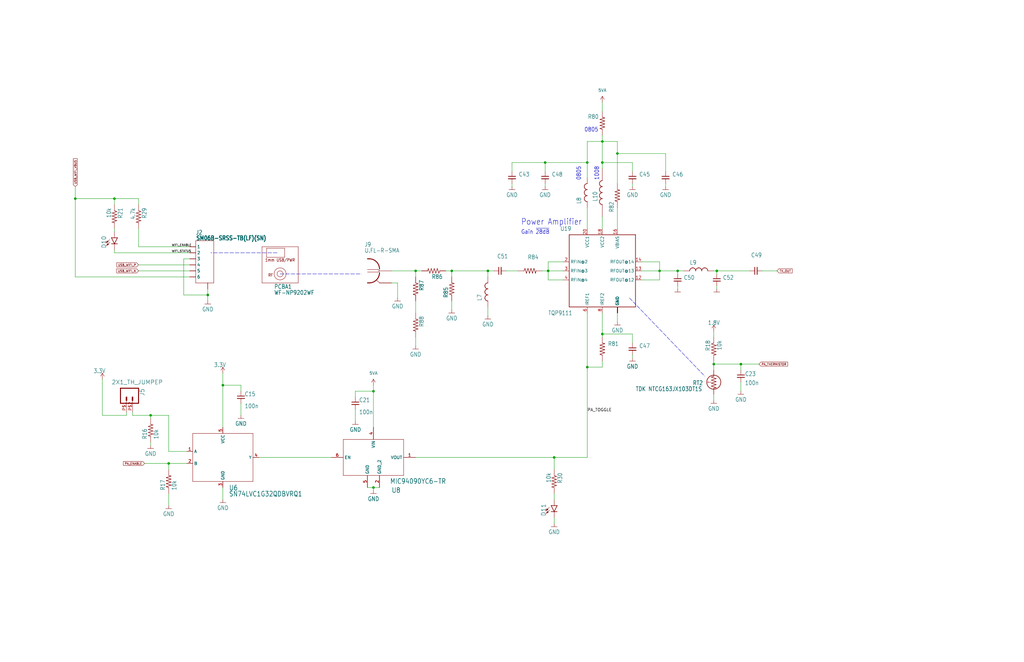
<source format=kicad_sch>
(kicad_sch (version 20211123) (generator eeschema)
  (paper "B")
  (title_block (title "Oresat DxWifi Card") (date "2022-01-30") (rev "1.1"))
  (lib_symbols
    (symbol "3.3V_1" (power) (pin_names (offset 0))
      (property "Value" "3.3V_1" (at 0 3.556 0))
      (symbol "3.3V_1_1_1"
        (pin power_in line (at 0 0 90) (length 0) hide (name "3.3V") (number "1"))
      )
    )
    (symbol "5VA_1" (power) (pin_names (offset 0))
      (property "Value" "5VA_1" (at 0 3.556 0))
      (symbol "5VA_1_1_1"
        (pin power_in line (at 0 0 90) (length 0) hide (name "5VA") (number "1"))
      )
    )
    (symbol "Device:C_Small" (pin_numbers hide) (pin_names (offset 0.254) hide)
      (property "Reference" "C" (at 0.254 1.778 0))
      (property "Value" "C_Small" (at 0.254 -2.032 0))
      (symbol "C_Small_1_1"
        (pin passive line (at 0 2.54 270) (length 2.032) (name "~") (number "1"))
        (pin passive line (at 0 -2.54 90) (length 2.032) (name "~") (number "2"))
      )
    )
    (symbol "OreSat-Power:1.8V" (power) (pin_names (offset 0))
      (property "Value" "1.8V" (at 0 3.556 0))
      (symbol "1.8V_1_1"
        (pin power_in line (at 0 0 90) (length 0) hide (name "1.8V") (number "1"))
      )
    )
    (symbol "OreSat-Power:3.3V" (power) (pin_names (offset 0))
      (property "Value" "3.3V" (at 0 3.556 0))
      (symbol "3.3V_1_1"
        (pin power_in line (at 0 0 90) (length 0) hide (name "3.3V") (number "1"))
      )
    )
    (symbol "OreSat-Power:5VA" (power) (pin_names (offset 0))
      (property "Value" "5VA" (at 0 3.556 0))
      (symbol "5VA_1_1"
        (pin power_in line (at 0 0 90) (length 0) hide (name "5VA") (number "1"))
      )
    )
    (symbol "OreSat-Power:GND" (power) (pin_names (offset 0))
      (property "Value" "GND" (at 0 -2.54 0))
      (symbol "GND_1_1"
        (pin power_in line (at 0 0 270) (length 0) hide (name "GND") (number "1"))
      )
    )
    (symbol "oresat-live-card-eagle-import:1008HQ-10NXJLB"
      (property "Reference" "L" (at 16.51 6.35 0))
      (property "Value" "1008HQ-10NXJLB" (at 16.51 3.81 0))
      (symbol "1008HQ-10NXJLB_1_0"
        (pin bidirectional line (at 0 0 0) (length 5.08) (name "1") (number "1"))
        (pin bidirectional line (at 20.32 0 180) (length 5.08) (name "2") (number "2"))
      )
    )
    (symbol "oresat-live-card-eagle-import:2X1_TH_JUMPEP"
      (property "Value" "2X1_TH_JUMPEP" (at -2.54 -4.826 0))
      (symbol "2X1_TH_JUMPEP_1_0"
        (pin passive line (at 7.62 0 180) (length 5.08) (name "1") (number "P$1"))
        (pin passive line (at 7.62 2.54 180) (length 5.08) (name "2") (number "P$2"))
      )
    )
    (symbol "oresat-live-card-eagle-import:L-US0402-C-NOSILK"
      (property "Reference" "L" (at -5.08 2.54 0))
      (property "Value" "L-US0402-C-NOSILK" (at -5.08 -1.27 0))
      (symbol "L-US0402-C-NOSILK_1_0"
        (pin passive line (at -7.62 0 0) (length 2.54) (name "1") (number "1"))
        (pin passive line (at 5.08 0 180) (length 2.54) (name "2") (number "2"))
      )
    )
    (symbol "oresat-live-card-eagle-import:L-US0805-C-NOSILK"
      (property "Reference" "L" (at -5.08 2.54 0))
      (property "Value" "L-US0805-C-NOSILK" (at -5.08 -1.27 0))
      (symbol "L-US0805-C-NOSILK_1_0"
        (pin passive line (at -7.62 0 0) (length 2.54) (name "1") (number "1"))
        (pin passive line (at 5.08 0 180) (length 2.54) (name "2") (number "2"))
      )
    )
    (symbol "oresat-live-card-eagle-import:LED0603"
      (property "Reference" "D" (at -3.429 -4.572 90))
      (property "Value" "LED0603" (at 1.905 -4.572 90))
      (symbol "LED0603_1_0"
        (pin passive line (at 0 2.54 270) (length 2.54) (name "A") (number "A"))
        (pin passive line (at 0 -5.08 90) (length 2.54) (name "C") (number "C"))
      )
    )
    (symbol "oresat-live-card-eagle-import:MIC94090YC6-TR"
      (property "Reference" "U" (at -26.67 11.43 0))
      (property "Value" "MIC94090YC6-TR" (at -26.67 7.62 0))
      (symbol "MIC94090YC6-TR_1_0"
        (pin output line (at -17.78 0 0) (length 5.08) (name "VOUT") (number "1"))
        (pin passive line (at -2.54 -12.7 90) (length 5.08) (name "GND_2") (number "2"))
        (pin input line (at 0 12.7 270) (length 5.08) (name "VIN") (number "4"))
        (pin passive line (at 2.54 -12.7 90) (length 5.08) (name "GND") (number "5"))
        (pin input line (at 17.78 0 180) (length 5.08) (name "EN") (number "6"))
      )
    )
    (symbol "oresat-live-card-eagle-import:R-US_0402-B-NOSILK"
      (property "Reference" "R" (at -3.81 1.4986 0))
      (property "Value" "R-US_0402-B-NOSILK" (at -3.81 -3.302 0))
      (symbol "R-US_0402-B-NOSILK_1_0"
        (pin passive line (at -5.08 0 0) (length 2.54) (name "1") (number "1"))
        (pin passive line (at 5.08 0 180) (length 2.54) (name "2") (number "2"))
      )
    )
    (symbol "oresat-live-card-eagle-import:R-US_0402-C-NOSILK"
      (property "Reference" "R" (at -3.81 1.4986 0))
      (property "Value" "R-US_0402-C-NOSILK" (at -3.81 -3.302 0))
      (symbol "R-US_0402-C-NOSILK_1_0"
        (pin passive line (at -5.08 0 0) (length 2.54) (name "1") (number "1"))
        (pin passive line (at 5.08 0 180) (length 2.54) (name "2") (number "2"))
      )
    )
    (symbol "oresat-live-card-eagle-import:R-US_0603-A"
      (property "Reference" "R" (at -3.81 1.4986 0))
      (property "Value" "R-US_0603-A" (at -3.81 -3.302 0))
      (symbol "R-US_0603-A_1_0"
        (pin passive line (at -5.08 0 0) (length 2.54) (name "1") (number "1"))
        (pin passive line (at 5.08 0 180) (length 2.54) (name "2") (number "2"))
      )
    )
    (symbol "oresat-live-card-eagle-import:R-US_0603-C-NOSILK"
      (property "Reference" "R" (at -3.81 1.4986 0))
      (property "Value" "R-US_0603-C-NOSILK" (at -3.81 -3.302 0))
      (symbol "R-US_0603-C-NOSILK_1_0"
        (pin passive line (at -5.08 0 0) (length 2.54) (name "1") (number "1"))
        (pin passive line (at 5.08 0 180) (length 2.54) (name "2") (number "2"))
      )
    )
    (symbol "oresat-live-card-eagle-import:R-US_R0805"
      (property "Reference" "R" (at -3.81 1.4986 0))
      (property "Value" "R-US_R0805" (at -3.81 -3.302 0))
      (symbol "R-US_R0805_1_0"
        (pin passive line (at -5.08 0 0) (length 2.54) (name "1") (number "1"))
        (pin passive line (at 5.08 0 180) (length 2.54) (name "2") (number "2"))
      )
    )
    (symbol "oresat-live-card-eagle-import:SM06B-SRSS-TB(LF)(SN)"
      (property "Reference" "J" (at -5.08 10.16 0))
      (property "Value" "SM06B-SRSS-TB(LF)(SN)" (at -5.08 7.62 0))
      (symbol "SM06B-SRSS-TB(LF)(SN)_1_0"
        (pin passive line (at -7.62 5.08 0) (length 2.54) (name "1") (number "1"))
        (pin passive line (at -7.62 2.54 0) (length 2.54) (name "2") (number "2"))
        (pin passive line (at -7.62 0 0) (length 2.54) (name "3") (number "3"))
        (pin passive line (at -7.62 -2.54 0) (length 2.54) (name "4") (number "4"))
        (pin passive line (at -7.62 -5.08 0) (length 2.54) (name "5") (number "5"))
        (pin passive line (at -7.62 -7.62 0) (length 2.54) (name "6") (number "6"))
        (pin passive line (at 0 -12.7 90) (length 2.54) (name "7") (number "7"))
        (pin passive line (at 0 -12.7 90) (length 2.54) (name "7") (number "8"))
      )
    )
    (symbol "oresat-live-card-eagle-import:SN74LVC1G32QDBVRQ1"
      (property "Reference" "U" (at 7.62 -12.7 0))
      (property "Value" "SN74LVC1G32QDBVRQ1" (at 7.62 -15.24 0))
      (symbol "SN74LVC1G32QDBVRQ1_1_0"
        (pin input line (at -15.24 2.54 0) (length 2.54) (name "A") (number "1"))
        (pin input line (at -15.24 -2.54 0) (length 2.54) (name "B") (number "2"))
        (pin power_in line (at 0 -12.7 90) (length 2.54) (name "GND") (number "3"))
        (pin output line (at 15.24 0 180) (length 2.54) (name "Y") (number "4"))
        (pin power_in line (at 0 12.7 270) (length 2.54) (name "VCC") (number "5"))
      )
    )
    (symbol "oresat-live-card-eagle-import:THERMISTOR--0603-THERMISTOR-B"
      (property "Reference" "RT" (at -5.08 3.81 0))
      (property "Value" "THERMISTOR--0603-THERMISTOR-B" (at -5.08 -5.08 0))
      (symbol "THERMISTOR--0603-THERMISTOR-B_1_0"
        (text "T" (at -0.508 1.016 0) (effects (font (size 1.27 1.0795)) (justify left bottom)))
        (pin passive line (at -5.08 0 0) (length 2.54) (name "1") (number "1"))
        (pin passive line (at 5.08 0 180) (length 2.54) (name "2") (number "2"))
      )
    )
    (symbol "oresat-live-card-eagle-import:TQP9111"
      (property "Reference" "U" (at -17.78 17.78 0))
      (property "Value" "TQP9111" (at -22.86 -17.78 0))
      (symbol "TQP9111_1_0"
        (pin power_in line (at 6.35 -17.78 90) (length 2.54) (name "GND") (number "1"))
        (pin power_in line (at 6.35 -17.78 90) (length 2.54) (name "GND") (number "10"))
        (pin power_in line (at 6.35 -17.78 90) (length 2.54) (name "GND") (number "11"))
        (pin output line (at 16.51 -3.81 180) (length 2.54) (name "RFOUT@12") (number "12"))
        (pin output line (at 16.51 0 180) (length 2.54) (name "RFOUT@13") (number "13"))
        (pin output line (at 16.51 3.81 180) (length 2.54) (name "RFOUT@14") (number "14"))
        (pin power_in line (at 6.35 -17.78 90) (length 2.54) (name "GND") (number "15"))
        (pin power_in line (at 6.35 17.78 270) (length 2.54) (name "VBIAS") (number "16"))
        (pin power_in line (at 6.35 -17.78 90) (length 2.54) (name "GND") (number "17"))
        (pin power_in line (at 0 17.78 270) (length 2.54) (name "VCC2") (number "18"))
        (pin power_in line (at 6.35 -17.78 90) (length 2.54) (name "GND") (number "19"))
        (pin input line (at -16.51 3.81 0) (length 2.54) (name "RFIN@2") (number "2"))
        (pin power_in line (at -6.35 17.78 270) (length 2.54) (name "VCC1") (number "20"))
        (pin power_in line (at 6.35 -17.78 90) (length 2.54) (name "GND") (number "21"))
        (pin input line (at -16.51 0 0) (length 2.54) (name "RFIN@3") (number "3"))
        (pin input line (at -16.51 -3.81 0) (length 2.54) (name "RFIN@4") (number "4"))
        (pin power_in line (at 6.35 -17.78 90) (length 2.54) (name "GND") (number "5"))
        (pin passive line (at -6.35 -17.78 90) (length 2.54) (name "IREF1") (number "6"))
        (pin power_in line (at 6.35 -17.78 90) (length 2.54) (name "GND") (number "7"))
        (pin passive line (at 0 -17.78 90) (length 2.54) (name "IREF2") (number "8"))
        (pin power_in line (at 6.35 -17.78 90) (length 2.54) (name "GND") (number "9"))
      )
    )
    (symbol "oresat-live-card-eagle-import:U.FL-R-SMA"
      (property "Value" "U.FL-R-SMA" (at -5.08 6.35 0))
      (symbol "U.FL-R-SMA_1_0"
        (pin bidirectional line (at 0 -5.08 90) (length 5.08) (name "P$1") (number "1"))
        (pin bidirectional line (at -5.08 -5.08 90) (length 5.08) (name "P$2") (number "2"))
        (pin bidirectional line (at -5.08 -5.08 90) (length 5.08) (name "P$2") (number "3"))
      )
    )
    (symbol "oresat-live-card-eagle-import:WF-NP9202WF"
      (property "Reference" "PCBA" (at -2.54 -10.16 0))
      (property "Value" "WF-NP9202WF" (at -2.54 -12.7 0))
      (symbol "WF-NP9202WF_1_0"
        (text "1mm USB/PWR" (at -6.35 1.27 0) (effects (font (size 1.27 1.0795)) (justify left bottom)))
        (text "RF" (at -5.08 -5.08 0) (effects (font (size 1.27 1.0795)) (justify left bottom)))
      )
    )
  )
  (junction (at 175.26 114.3))
  (junction (at 71.12 195.58))
  (junction (at 31.75 83.82))
  (junction (at 312.42 153.67))
  (junction (at 278.13 114.3))
  (junction (at 157.48 205.74))
  (junction (at 93.98 162.56))
  (junction (at 87.63 124.46))
  (junction (at 233.68 193.04))
  (junction (at 63.5 175.26))
  (junction (at 285.75 114.3))
  (junction (at 300.99 153.67))
  (junction (at 48.26 83.82))
  (junction (at 205.74 114.3))
  (junction (at 157.48 165.1))
  (junction (at 254 68.58))
  (junction (at 254 59.69))
  (junction (at 229.87 68.58))
  (junction (at 190.5 114.3))
  (junction (at 247.65 154.94))
  (junction (at 247.65 68.58))
  (junction (at 302.26 114.3))
  (junction (at 231.14 114.3))
  (junction (at 254 140.97))
  (junction (at 260.35 64.77))
  (wire (pts (xy 80.01 111.76) (xy 58.42 111.76)))
  (wire (pts (xy 247.65 87.63) (xy 247.65 96.52)))
  (wire (pts (xy 266.7 68.58) (xy 254 68.58)))
  (wire (pts (xy 237.49 114.3) (xy 231.14 114.3)))
  (wire (pts (xy 101.6 162.56) (xy 93.98 162.56)))
  (wire (pts (xy 278.13 114.3) (xy 285.75 114.3)))
  (wire (pts (xy 254 96.52) (xy 254 91.44)))
  (wire (pts (xy 254 46.99) (xy 254 43.18)))
  (wire (pts (xy 247.65 74.93) (xy 247.65 68.58)))
  (wire (pts (xy 247.65 59.69) (xy 254 59.69)))
  (wire (pts (xy 254 57.15) (xy 254 59.69)))
  (wire (pts (xy 312.42 156.21) (xy 312.42 153.67)))
  (wire (pts (xy 300.99 153.67) (xy 312.42 153.67)))
  (wire (pts (xy 233.68 193.04) (xy 233.68 198.12)))
  (wire (pts (xy 321.31 114.3) (xy 327.66 114.3)))
  (wire (pts (xy 231.14 114.3) (xy 228.6 114.3)))
  (wire (pts (xy 270.51 114.3) (xy 278.13 114.3)))
  (wire (pts (xy 205.74 129.54) (xy 205.74 133.35)))
  (wire (pts (xy 278.13 114.3) (xy 278.13 118.11)))
  (wire (pts (xy 48.26 106.68) (xy 80.01 106.68)))
  (wire (pts (xy 149.86 172.72) (xy 149.86 177.8)))
  (wire (pts (xy 229.87 72.39) (xy 229.87 68.58)))
  (wire (pts (xy 270.51 110.49) (xy 278.13 110.49)))
  (wire (pts (xy 233.68 193.04) (xy 247.65 193.04)))
  (wire (pts (xy 167.64 119.38) (xy 167.64 125.73)))
  (wire (pts (xy 190.5 127) (xy 190.5 130.81)))
  (wire (pts (xy 266.7 140.97) (xy 266.7 144.78)))
  (wire (pts (xy 302.26 114.3) (xy 316.23 114.3)))
  (wire (pts (xy 58.42 83.82) (xy 48.26 83.82)))
  (wire (pts (xy 80.01 114.3) (xy 58.42 114.3)))
  (wire (pts (xy 205.74 114.3) (xy 208.28 114.3)))
  (wire (pts (xy 300.99 114.3) (xy 302.26 114.3)))
  (wire (pts (xy 93.98 210.82) (xy 93.98 205.74)))
  (wire (pts (xy 231.14 118.11) (xy 237.49 118.11)))
  (wire (pts (xy 71.12 175.26) (xy 63.5 175.26)))
  (wire (pts (xy 87.63 127) (xy 87.63 124.46)))
  (wire (pts (xy 254 68.58) (xy 254 59.69)))
  (wire (pts (xy 285.75 121.92) (xy 285.75 120.65)))
  (wire (pts (xy 266.7 77.47) (xy 266.7 78.74)))
  (wire (pts (xy 31.75 116.84) (xy 80.01 116.84)))
  (wire (pts (xy 300.99 166.37) (xy 300.99 168.91)))
  (wire (pts (xy 280.67 64.77) (xy 260.35 64.77)))
  (wire (pts (xy 77.47 109.22) (xy 77.47 124.46)))
  (wire (pts (xy 300.99 153.67) (xy 300.99 152.4)))
  (wire (pts (xy 109.22 193.04) (xy 139.7 193.04)))
  (wire (pts (xy 71.12 213.36) (xy 71.12 208.28)))
  (wire (pts (xy 58.42 104.14) (xy 80.01 104.14)))
  (wire (pts (xy 237.49 110.49) (xy 231.14 110.49)))
  (wire (pts (xy 254 152.4) (xy 254 154.94)))
  (wire (pts (xy 58.42 86.36) (xy 58.42 83.82)))
  (wire (pts (xy 247.65 132.08) (xy 247.65 154.94)))
  (wire (pts (xy 60.96 195.58) (xy 71.12 195.58)))
  (wire (pts (xy 77.47 124.46) (xy 87.63 124.46)))
  (wire (pts (xy 280.67 77.47) (xy 280.67 78.74)))
  (wire (pts (xy 215.9 72.39) (xy 215.9 68.58)))
  (wire (pts (xy 48.26 83.82) (xy 48.26 86.36)))
  (wire (pts (xy 213.36 114.3) (xy 218.44 114.3)))
  (wire (pts (xy 254 132.08) (xy 254 140.97)))
  (wire (pts (xy 205.74 116.84) (xy 205.74 114.3)))
  (wire (pts (xy 43.18 175.26) (xy 43.18 160.02)))
  (wire (pts (xy 233.68 208.28) (xy 233.68 210.82)))
  (wire (pts (xy 63.5 175.26) (xy 63.5 176.53)))
  (wire (pts (xy 302.26 115.57) (xy 302.26 114.3)))
  (wire (pts (xy 302.26 120.65) (xy 302.26 121.92)))
  (wire (pts (xy 231.14 114.3) (xy 231.14 118.11)))
  (wire (pts (xy 278.13 110.49) (xy 278.13 114.3)))
  (wire (pts (xy 285.75 114.3) (xy 288.29 114.3)))
  (wire (pts (xy 231.14 110.49) (xy 231.14 114.3)))
  (wire (pts (xy 175.26 193.04) (xy 233.68 193.04)))
  (wire (pts (xy 215.9 77.47) (xy 215.9 78.74)))
  (wire (pts (xy 175.26 142.24) (xy 175.26 146.05)))
  (wire (pts (xy 229.87 77.47) (xy 229.87 78.74)))
  (wire (pts (xy 78.74 190.5) (xy 71.12 190.5)))
  (wire (pts (xy 285.75 115.57) (xy 285.75 114.3)))
  (wire (pts (xy 58.42 96.52) (xy 58.42 104.14)))
  (wire (pts (xy 175.26 114.3) (xy 177.8 114.3)))
  (wire (pts (xy 254 140.97) (xy 266.7 140.97)))
  (polyline (pts (xy 116.84 106.68) (xy 88.9 106.68)))
  (wire (pts (xy 247.65 59.69) (xy 247.65 68.58)))
  (wire (pts (xy 31.75 83.82) (xy 31.75 116.84)))
  (wire (pts (xy 260.35 77.47) (xy 260.35 64.77)))
  (wire (pts (xy 149.86 167.64) (xy 149.86 165.1)))
  (wire (pts (xy 254 154.94) (xy 247.65 154.94)))
  (wire (pts (xy 260.35 64.77) (xy 260.35 59.69)))
  (wire (pts (xy 175.26 116.84) (xy 175.26 114.3)))
  (wire (pts (xy 157.48 205.74) (xy 157.48 207.01)))
  (wire (pts (xy 55.88 173.99) (xy 55.88 175.26)))
  (wire (pts (xy 312.42 153.67) (xy 320.04 153.67)))
  (wire (pts (xy 280.67 72.39) (xy 280.67 64.77)))
  (wire (pts (xy 101.6 170.18) (xy 101.6 175.26)))
  (wire (pts (xy 71.12 190.5) (xy 71.12 175.26)))
  (wire (pts (xy 266.7 149.86) (xy 266.7 151.13)))
  (wire (pts (xy 165.1 119.38) (xy 167.64 119.38)))
  (wire (pts (xy 48.26 105.41) (xy 48.26 106.68)))
  (wire (pts (xy 157.48 165.1) (xy 157.48 180.34)))
  (wire (pts (xy 233.68 218.44) (xy 233.68 220.98)))
  (wire (pts (xy 101.6 165.1) (xy 101.6 162.56)))
  (wire (pts (xy 260.35 132.08) (xy 260.35 135.89)))
  (wire (pts (xy 80.01 109.22) (xy 77.47 109.22)))
  (wire (pts (xy 278.13 118.11) (xy 270.51 118.11)))
  (polyline (pts (xy 265.43 125.73) (xy 297.18 158.75)))
  (wire (pts (xy 190.5 114.3) (xy 205.74 114.3)))
  (wire (pts (xy 247.65 193.04) (xy 247.65 154.94)))
  (wire (pts (xy 87.63 124.46) (xy 87.63 121.92)))
  (wire (pts (xy 93.98 162.56) (xy 93.98 180.34)))
  (wire (pts (xy 254 71.12) (xy 254 68.58)))
  (wire (pts (xy 312.42 161.29) (xy 312.42 165.1)))
  (wire (pts (xy 260.35 87.63) (xy 260.35 96.52)))
  (wire (pts (xy 165.1 114.3) (xy 175.26 114.3)))
  (wire (pts (xy 300.99 156.21) (xy 300.99 153.67)))
  (wire (pts (xy 254 140.97) (xy 254 142.24)))
  (wire (pts (xy 300.99 139.7) (xy 300.99 142.24)))
  (polyline (pts (xy 118.11 115.57) (xy 152.4 115.57)))
  (wire (pts (xy 55.88 175.26) (xy 63.5 175.26)))
  (wire (pts (xy 157.48 205.74) (xy 160.02 205.74)))
  (wire (pts (xy 93.98 157.48) (xy 93.98 162.56)))
  (wire (pts (xy 175.26 132.08) (xy 175.26 127)))
  (wire (pts (xy 48.26 96.52) (xy 48.26 97.79)))
  (wire (pts (xy 48.26 83.82) (xy 31.75 83.82)))
  (wire (pts (xy 53.34 175.26) (xy 43.18 175.26)))
  (wire (pts (xy 53.34 173.99) (xy 53.34 175.26)))
  (wire (pts (xy 215.9 68.58) (xy 229.87 68.58)))
  (wire (pts (xy 31.75 78.74) (xy 31.75 83.82)))
  (wire (pts (xy 266.7 72.39) (xy 266.7 68.58)))
  (wire (pts (xy 229.87 68.58) (xy 247.65 68.58)))
  (wire (pts (xy 149.86 165.1) (xy 157.48 165.1)))
  (wire (pts (xy 78.74 195.58) (xy 71.12 195.58)))
  (wire (pts (xy 254 59.69) (xy 260.35 59.69)))
  (wire (pts (xy 187.96 114.3) (xy 190.5 114.3)))
  (wire (pts (xy 157.48 165.1) (xy 157.48 162.56)))
  (wire (pts (xy 71.12 195.58) (xy 71.12 198.12)))
  (wire (pts (xy 154.94 205.74) (xy 157.48 205.74)))
  (wire (pts (xy 190.5 114.3) (xy 190.5 116.84)))
  (wire (pts (xy 63.5 187.96) (xy 63.5 186.69)))
  (text "1008" (at 252.73 76.2 90) (effects (font (size 1.778 1.5113)) (justify left bottom)))
  (text "0805" (at 245.11 76.2 90) (effects (font (size 1.778 1.5113)) (justify left bottom)))
  (text "Gain ~{28dB}" (at 219.71 99.06 180) (effects (font (size 1.778 1.5113)) (justify left bottom)))
  (text "0805" (at 246.38 55.88 180) (effects (font (size 1.778 1.5113)) (justify left bottom)))
  (text "Power Amplifier" (at 219.71 95.25 180) (effects (font (size 2.54 2.159)) (justify left bottom)))
  (label "PA_TOGGLE" (at 247.65 173.99 0) (effects (font (size 1.2446 1.2446))))
  (label "WIFI_STATUS" (at 72.39 106.68 0) (effects (font (size 0.889 0.889))))
  (label "WIFI_ENABLE" (at 72.39 104.14 0) (effects (font (size 0.889 0.889))))
  (global_label "USB_WIFI_P" (shape input) (at 58.42 111.76 180) (effects (font (size 0.889 0.889))) (property "Intersheet References" "${INTERSHEET_REFS}" (at 49.1956 111.7045 0) (effects (font (size 0.889 0.889)) (justify right))))
  (global_label "USB_WIFI_VBUS" (shape input) (at 31.75 78.74 90) (effects (font (size 0.889 0.889))) (property "Intersheet References" "${INTERSHEET_REFS}" (at 31.6945 66.9756 90) (effects (font (size 0.889 0.889)) (justify left))))
  (global_label "PA_THERMISTOR" (shape input) (at 320.04 153.67 0) (effects (font (size 0.889 0.889))) (property "Intersheet References" "${INTERSHEET_REFS}" (at 332.1431 153.7255 0) (effects (font (size 0.889 0.889)) (justify left))))
  (global_label "PA_ENABLE" (shape input) (at 60.96 195.58 180) (effects (font (size 0.889 0.889))) (property "Intersheet References" "${INTERSHEET_REFS}" (at 52.0319 195.5245 0) (effects (font (size 0.889 0.889)) (justify right))))
  (global_label "USB_WIFI_N" (shape input) (at 58.42 114.3 180) (effects (font (size 0.889 0.889))) (property "Intersheet References" "${INTERSHEET_REFS}" (at 49.1532 114.3555 0) (effects (font (size 0.889 0.889)) (justify right))))
  (global_label "TX_OUT" (shape input) (at 327.66 114.3 0) (effects (font (size 0.889 0.889))) (property "Intersheet References" "${INTERSHEET_REFS}" (at 334.0904 114.2445 0) (effects (font (size 0.889 0.889)) (justify left))))
  (symbol (lib_id "Device:C_Small") (at 210.82 114.3 90) (unit 1)
    (property "Reference" "C51" (at 214.249 107.188 90) (effects (font (size 1.778 1.5113)) (justify left bottom)))
    (property "Value" "1.1p" (at 216.789 109.474 90) (effects (font (size 1.778 1.5113)) (justify left bottom)))
    (property "Footprint" "oresat-live-card:.0402-C-NOSILK" (effects hide))
    (property "Value" "04025J1R1PBSTR\\500" (effects hide))
    (property "Description" "50V 1.1pF .02pFTol ThinFilm 0402" (effects hide))
    (property "Distributor" "DigiKey" (effects hide))
    (property "MPN" "04025J1R1PBSTR\\500" (effects hide))
  )
  (symbol (lib_id "OreSat-Power:GND") (at 215.9 78.74 0) (mirror y) (unit 1)
    (property "Reference" "#GND086" (effects hide))
    (property "Value" "GND" (at 215.9 81.28 0) (effects (font (size 1.778 1.5113)) (justify top)))
    (property "Footprint" "oresat-live-card:" (effects hide))
  )
  (symbol (lib_id "oresat-live-card-eagle-import:2X1_TH_JUMPEP") (at 53.34 166.37 270) (unit 1)
    (property "Reference" "J5" (at 58.928 163.83 0) (effects (font (size 1.778 1.778)) (justify left bottom)))
    (property "Value" "2X1_TH_JUMPEP" (at 46.99 162.306 90) (effects (font (size 1.778 1.778)) (justify left bottom)))
    (property "Footprint" "oresat-live-card:2X1" (effects hide))
  )
  (symbol (lib_id "OreSat-Power:GND") (at 167.64 125.73 0) (unit 1)
    (property "Reference" "#GND05" (effects hide))
    (property "Value" "GND" (at 167.64 128.27 0) (effects (font (size 1.778 1.5113)) (justify top)))
    (property "Footprint" "oresat-live-card:" (effects hide))
  )
  (symbol (lib_id "oresat-live-card-eagle-import:R-US_0603-A") (at 233.68 203.2 270) (unit 1)
    (property "Reference" "R30" (at 235.1786 199.39 0) (effects (font (size 1.778 1.5113)) (justify left bottom)))
    (property "Value" "10k" (at 230.378 199.39 0) (effects (font (size 1.778 1.5113)) (justify left bottom)))
    (property "Footprint" "Resistor_SMD:R_0603_1608Metric" (effects hide))
    (property "Description" "RES SMD 10K OHM 1% 1/10W 0603" (effects hide))
    (property "Distributor" "DigiKey" (effects hide))
    (property "MPN" "ERJ-3EKF1002V" (effects hide))
  )
  (symbol (lib_id "oresat-live-card-eagle-import:R-US_0603-A") (at 300.99 147.32 90) (mirror x) (unit 1)
    (property "Reference" "R18" (at 299.4914 143.51 0) (effects (font (size 1.778 1.5113)) (justify left bottom)))
    (property "Value" "10k" (at 304.292 143.51 0) (effects (font (size 1.778 1.5113)) (justify left bottom)))
    (property "Footprint" "Resistor_SMD:R_0603_1608Metric" (effects hide))
    (property "Description" "RES SMD 10K OHM 1% 1/10W 0603" (effects hide))
    (property "Distributor" "DigiKey" (effects hide))
    (property "MPN" "ERJ-3EKF1002V" (effects hide))
  )
  (symbol (lib_id "OreSat-Power:GND") (at 233.68 220.98 0) (mirror y) (unit 1)
    (property "Reference" "#GND065" (effects hide))
    (property "Value" "GND" (at 233.68 223.52 0) (effects (font (size 1.778 1.5113)) (justify top)))
    (property "Footprint" "oresat-live-card:" (effects hide))
  )
  (symbol (lib_id "Device:C_Small") (at 266.7 74.93 0) (unit 1)
    (property "Reference" "C45" (at 269.494 74.549 0) (effects (font (size 1.778 1.5113)) (justify left bottom)))
    (property "Value" "100n" (at 269.494 77.089 0) (effects (font (size 1.778 1.5113)) (justify left bottom)))
    (property "Footprint" "Resistor_SMD:R_0603_1608Metric" (effects hide))
    (property "Value" "CGA2B1X7R1C104K050BC" (effects hide))
    (property "Description" "0.1 µF ±10% 50V Ceramic Capacitor X7R 0603 (1608 Metric)" (effects hide))
    (property "Distributor" "DigiKey" (effects hide))
    (property "MPN" "CL10B104KB8WPNC" (effects hide))
  )
  (symbol (lib_id "Device:C_Small") (at 215.9 74.93 0) (unit 1)
    (property "Reference" "C43" (at 218.694 74.549 0) (effects (font (size 1.778 1.5113)) (justify left bottom)))
    (property "Value" "100n" (at 218.694 77.089 0) (effects (font (size 1.778 1.5113)) (justify left bottom)))
    (property "Footprint" "Resistor_SMD:R_0603_1608Metric" (effects hide))
    (property "Value" "CGA2B1X7R1C104K050BC" (effects hide))
    (property "Description" "0.1 µF ±10% 50V Ceramic Capacitor X7R 0603 (1608 Metric)" (effects hide))
    (property "Distributor" "DigiKey" (effects hide))
    (property "MPN" "CL10B104KB8WPNC" (effects hide))
  )
  (symbol (lib_id "Device:C_Small") (at 285.75 118.11 0) (unit 1)
    (property "Reference" "C50" (at 288.29 118.11 0) (effects (font (size 1.778 1.5113)) (justify left bottom)))
    (property "Value" "3.0p" (at 288.544 120.269 0) (effects (font (size 1.778 1.5113)) (justify left bottom)))
    (property "Footprint" "oresat-live-card:.0402-C-NOSILK" (effects hide))
    (property "Value" "04025U3R0BAT2A" (effects hide))
    (property "Description" "CAP CER 3PF 50V NP0 0402" (effects hide))
    (property "Distributor" "DigiKey" (effects hide))
    (property "MPN" "04025U3R0BAT2A" (effects hide))
  )
  (symbol (lib_id "oresat-live-card-eagle-import:R-US_0603-A") (at 63.5 181.61 90) (unit 1)
    (property "Reference" "R16" (at 62.0014 185.42 0) (effects (font (size 1.778 1.5113)) (justify left bottom)))
    (property "Value" "10k" (at 66.802 185.42 0) (effects (font (size 1.778 1.5113)) (justify left bottom)))
    (property "Footprint" "Resistor_SMD:R_0603_1608Metric" (effects hide))
    (property "Description" "RES SMD 10K OHM 1% 1/10W 0603" (effects hide))
    (property "Distributor" "DigiKey" (effects hide))
    (property "MPN" "ERJ-3EKF1002V" (effects hide))
  )
  (symbol (lib_id "oresat-live-card-eagle-import:SM06B-SRSS-TB(LF)(SN)") (at 87.63 109.22 0) (unit 1)
    (property "Reference" "J2" (at 82.55 99.06 0) (effects (font (size 1.778 1.5113)) (justify left bottom)))
    (property "Value" "SM06B-SRSS-TB(LF)(SN)" (at 82.55 101.6 0) (effects (font (size 1.778 1.5113) bold) (justify left bottom)))
    (property "Footprint" "oresat-live-card:CONN_SM06B-SRSS-TB_JST" (effects hide))
    (property "Description" "CONN HEADER SMD R/A 6POS 1MM" (effects hide))
    (property "MPN" "SM06B-SRSS-TB(LF)(SN)" (effects hide))
    (property "Distributor" "DigiKey" (effects hide))
  )
  (symbol (lib_id "Device:C_Small") (at 312.42 158.75 0) (mirror y) (unit 1)
    (property "Reference" "C23" (at 318.77 158.75 0) (effects (font (size 1.778 1.5113)) (justify left bottom)))
    (property "Value" "100n" (at 320.04 162.56 0) (effects (font (size 1.778 1.5113)) (justify left bottom)))
    (property "Footprint" "Resistor_SMD:R_0603_1608Metric" (effects hide))
    (property "Description" "0.1 µF ±10% 50V Ceramic Capacitor X7R 0603 (1608 Metric)" (effects hide))
    (property "Distributor" "DigiKey" (effects hide))
    (property "MPN" "CL10B104KB8WPNC" (effects hide))
  )
  (symbol (lib_id "OreSat-Power:GND") (at 190.5 130.81 0) (mirror y) (unit 1)
    (property "Reference" "#GND062" (effects hide))
    (property "Value" "GND" (at 190.5 133.35 0) (effects (font (size 1.778 1.5113)) (justify top)))
    (property "Footprint" "oresat-live-card:" (effects hide))
  )
  (symbol (lib_id "Device:C_Small") (at 266.7 147.32 0) (unit 1)
    (property "Reference" "C47" (at 269.494 146.939 0) (effects (font (size 1.778 1.5113)) (justify left bottom)))
    (property "Value" "100n" (at 269.494 149.479 0) (effects (font (size 1.778 1.5113)) (justify left bottom)))
    (property "Footprint" "Resistor_SMD:R_0603_1608Metric" (effects hide))
    (property "Value" "CGA2B1X7R1C104K050BC" (effects hide))
    (property "Description" "0.1 µF ±10% 50V Ceramic Capacitor X7R 0603 (1608 Metric)" (effects hide))
    (property "Distributor" "DigiKey" (effects hide))
    (property "MPN" "CL10B104KB8WPNC" (effects hide))
  )
  (symbol (lib_id "OreSat-Power:GND") (at 93.98 210.82 0) (unit 1)
    (property "Reference" "#GND043" (effects hide))
    (property "Value" "GND" (at 93.98 213.36 0) (effects (font (size 1.778 1.5113)) (justify top)))
    (property "Footprint" "oresat-live-card:" (effects hide))
  )
  (symbol (lib_id "oresat-live-card-eagle-import:SN74LVC1G32QDBVRQ1") (at 93.98 193.04 0) (unit 1)
    (property "Reference" "U6" (at 96.52 207.01 0) (effects (font (size 2.0828 1.7703)) (justify left bottom)))
    (property "Value" "SN74LVC1G32QDBVRQ1" (at 96.52 209.55 0) (effects (font (size 2.0828 1.7703)) (justify left bottom)))
    (property "Footprint" "oresat-live-card:DBV5" (effects hide))
    (property "Description" "IC GATE OR 1CH 2-INP SOT23-5" (effects hide))
    (property "Distributor" "DigiKey" (effects hide))
    (property "MPN" "SN74LVC1G32QDBVRQ1" (effects hide))
  )
  (symbol (lib_id "OreSat-Power:GND") (at 260.35 135.89 0) (mirror y) (unit 1)
    (property "Reference" "#GND088" (effects hide))
    (property "Value" "GND" (at 260.35 138.43 0) (effects (font (size 1.778 1.5113)) (justify top)))
    (property "Footprint" "oresat-live-card:" (effects hide))
  )
  (symbol (lib_id "oresat-live-card-eagle-import:U.FL-R-SMA") (at 160.02 114.3 90) (unit 1)
    (property "Reference" "J9" (at 153.67 104.14 90) (effects (font (size 1.778 1.5113)) (justify right top)))
    (property "Value" "U.FL-R-SMA" (at 153.67 106.68 90) (effects (font (size 1.778 1.5113)) (justify right top)))
    (property "Footprint" "oresat-live-card:U.FL-R-SMT" (effects hide))
    (property "Description" "CONN U.FL RCPT STR 50 OHM SMD" (effects hide))
    (property "MPN" "U.FL-R-SMT-1(10)" (effects hide))
    (property "Distributor" "DigiKey" (effects hide))
  )
  (symbol (lib_id "oresat-live-card-eagle-import:R-US_0603-A") (at 71.12 203.2 90) (unit 1)
    (property "Reference" "R17" (at 69.6214 207.01 0) (effects (font (size 1.778 1.5113)) (justify left bottom)))
    (property "Value" "10k" (at 74.422 207.01 0) (effects (font (size 1.778 1.5113)) (justify left bottom)))
    (property "Footprint" "Resistor_SMD:R_0603_1608Metric" (effects hide))
    (property "Description" "RES SMD 10K OHM 1% 1/10W 0603" (effects hide))
    (property "Distributor" "DigiKey" (effects hide))
    (property "MPN" "ERJ-3EKF1002V" (effects hide))
  )
  (symbol (lib_id "Device:C_Small") (at 229.87 74.93 0) (unit 1)
    (property "Reference" "C48" (at 232.664 74.549 0) (effects (font (size 1.778 1.5113)) (justify left bottom)))
    (property "Value" "1n" (at 232.664 77.089 0) (effects (font (size 1.778 1.5113)) (justify left bottom)))
    (property "Footprint" "oresat-live-card:.0402-B-NOSILK" (effects hide))
    (property "Value" "CGA2B2NP01H102J050BA" (effects hide))
    (property "Description" "1000 pF ±10% 25V Ceramic Capacitor X7R 0402 (1005 Metric)" (effects hide))
    (property "Distributor" "DigiKey" (effects hide))
    (property "MPN" "TMF105B7102KVHF" (effects hide))
  )
  (symbol (lib_id "OreSat-Power:GND") (at 300.99 168.91 0) (mirror y) (unit 1)
    (property "Reference" "#GND055" (effects hide))
    (property "Value" "GND" (at 300.99 171.45 0) (effects (font (size 1.778 1.5113)) (justify top)))
    (property "Footprint" "oresat-live-card:" (effects hide))
  )
  (symbol (lib_id "OreSat-Power:3.3V") (at 43.18 160.02 0) (unit 1)
    (property "Reference" "#3V0102" (effects hide))
    (property "Value" "3.3V" (at 39.37 157.48 0) (effects (font (size 1.778 1.5113)) (justify left bottom)))
    (property "Footprint" "oresat-live-card:" (effects hide))
  )
  (symbol (lib_id "oresat-live-card-eagle-import:L-US0402-C-NOSILK") (at 205.74 121.92 90) (unit 1)
    (property "Reference" "L7" (at 203.2 127 0) (effects (font (size 1.778 1.5113)) (justify left bottom)))
    (property "Value" "1.7n" (at 207.01 127 0) (effects (font (size 1.778 1.5113)) (justify left top)))
    (property "Footprint" "oresat-live-card:.0402-C-NOSILK" (effects hide))
    (property "Value" "0402DC-1N7XJRU" (effects hide))
    (property "Description" "1.7nH RF Inductor, ceramic core, 5% tol" (effects hide))
    (property "Distributor" "DigiKey" (effects hide))
    (property "MPN" "0402DC-1N7XJRU" (effects hide))
  )
  (symbol (lib_id "oresat-live-card-eagle-import:R-US_0603-A") (at 175.26 121.92 270) (unit 1)
    (property "Reference" "R87" (at 176.7586 118.11 0) (effects (font (size 1.778 1.5113)) (justify left bottom)))
    (property "Value" "41.2" (at 171.958 118.11 0) (effects (font (size 1.778 1.5113)) (justify left bottom)))
    (property "Footprint" "Resistor_SMD:R_0603_1608Metric" (effects hide))
    (property "Value" "ERJ-3EKF41R2V" (effects hide))
    (property "Description" "RES SMD 41.2 OHM 1% 1/10W 0603" (effects hide))
    (property "Distributor" "DigiKey" (effects hide))
    (property "MPN" "ERJ-3EKF41R2V" (effects hide))
  )
  (symbol (lib_id "oresat-live-card-eagle-import:LED0603") (at 233.68 213.36 0) (unit 1)
    (property "Reference" "D11" (at 230.251 217.932 90) (effects (font (size 1.778 1.778)) (justify left bottom)))
    (property "Value" "GREEN" (effects hide))
    (property "Footprint" "oresat-live-card:LED-0603" (effects hide))
    (property "Value" "150060VS55040" (effects hide))
    (property "Description" "Green 525nm LED 3.2V 0603" (effects hide))
    (property "MPN" "150060GS75020" (effects hide))
    (property "Distributor" "DigiKey" (effects hide))
  )
  (symbol (lib_id "oresat-live-card-eagle-import:L-US0805-C-NOSILK") (at 247.65 80.01 90) (unit 1)
    (property "Reference" "L8" (at 245.11 86.106 0) (effects (font (size 1.778 1.5113)) (justify left bottom)))
    (property "Value" "6.8n" (at 244.856 82.042 0) (effects (font (size 1.778 1.5113)) (justify left bottom)))
    (property "Footprint" "oresat-live-card:.0805-C-NOSILK" (effects hide))
    (property "Value" "0805CS-060XJLC" (effects hide))
    (property "Description" "Fixed Inductors 0805CS 6.8 nH 5 % 0.6 A" (effects hide))
    (property "Distributor" "DigiKey" (effects hide))
    (property "MPN" "0805CS-060XJLC" (effects hide))
  )
  (symbol (lib_id "oresat-live-card-eagle-import:TQP9111") (at 254 114.3 0) (unit 1)
    (property "Reference" "U19" (at 236.22 96.52 0) (effects (font (size 1.778 1.5113)) (justify left)))
    (property "Value" "TQP9111" (at 231.14 132.08 0) (effects (font (size 1.778 1.5113)) (justify left)))
    (property "Footprint" "oresat-live-card:QFN50P400X400X102-21N" (effects hide))
    (property "Description" "RF Amplifier 1.8-2.7GHz Gn 29.8dB" (effects hide))
    (property "MPN" "TQP9111" (effects hide))
    (property "Distributor" "DigiKey" (effects hide))
  )
  (symbol (lib_id "oresat-live-card-eagle-import:R-US_0603-A") (at 175.26 137.16 270) (unit 1)
    (property "Reference" "R88" (at 176.7586 133.35 0) (effects (font (size 1.778 1.5113)) (justify left bottom)))
    (property "Value" "41.2" (at 171.958 133.35 0) (effects (font (size 1.778 1.5113)) (justify left bottom)))
    (property "Footprint" "Resistor_SMD:R_0603_1608Metric" (effects hide))
    (property "Value" "ERJ-3EKF41R2V" (effects hide))
    (property "Description" "RES SMD 41.2 OHM 1% 1/10W 0603" (effects hide))
    (property "Distributor" "DigiKey" (effects hide))
    (property "MPN" "ERJ-3EKF41R2V" (effects hide))
  )
  (symbol (lib_id "oresat-live-card-eagle-import:R-US_0603-A") (at 190.5 121.92 90) (unit 1)
    (property "Reference" "R85" (at 189.0014 125.73 0) (effects (font (size 1.778 1.5113)) (justify left bottom)))
    (property "Value" "82.5" (at 193.802 125.73 0) (effects (font (size 1.778 1.5113)) (justify left bottom)))
    (property "Footprint" "Resistor_SMD:R_0603_1608Metric" (effects hide))
    (property "Value" "ERJ-3EKF82R5V" (effects hide))
    (property "Description" "RES SMD 82.5 OHM 1% 1/10W 0603" (effects hide))
    (property "Distributor" "DigiKey" (effects hide))
    (property "MPN" "ERJ-3EKF82R5V" (effects hide))
  )
  (symbol (lib_id "Device:C_Small") (at 149.86 170.18 0) (unit 1)
    (property "Reference" "C21" (at 151.384 169.799 0) (effects (font (size 1.778 1.5113)) (justify left bottom)))
    (property "Value" "100n" (at 151.384 174.879 0) (effects (font (size 1.778 1.5113)) (justify left bottom)))
    (property "Footprint" "Resistor_SMD:R_0603_1608Metric" (effects hide))
    (property "Description" "0.1 µF ±10% 50V Ceramic Capacitor X7R 0603 (1608 Metric)" (effects hide))
    (property "Distributor" "DigiKey" (effects hide))
    (property "MPN" "CL10B104KB8WPNC" (effects hide))
  )
  (symbol (lib_id "oresat-live-card-eagle-import:THERMISTOR--0603-THERMISTOR-B") (at 300.99 161.29 90) (mirror x) (unit 1)
    (property "Reference" "RT2" (at 292.1 162.56 90) (effects (font (size 1.778 1.5113)) (justify right bottom)))
    (property "Value" "TDK NTCG163JX103DT1S" (at 267.97 165.1 90) (effects (font (size 1.778 1.5113)) (justify right bottom)))
    (property "Footprint" "oresat-live-card:0603-THERMISTOR-B" (effects hide))
    (property "Description" "THERMISTOR NTC 10KOHM 3380K 0603" (effects hide))
    (property "Distributor" "DigiKey" (effects hide))
    (property "MPN" "NTCG163JX103DT1S" (effects hide))
  )
  (symbol (lib_id "OreSat-Power:GND") (at 149.86 177.8 0) (unit 1)
    (property "Reference" "#GND048" (effects hide))
    (property "Value" "GND" (at 149.86 180.34 0) (effects (font (size 1.778 1.5113)) (justify top)))
    (property "Footprint" "oresat-live-card:" (effects hide))
  )
  (symbol (lib_id "OreSat-Power:GND") (at 302.26 121.92 0) (unit 1)
    (property "Reference" "#SUPPLY014" (effects hide))
    (property "Value" "GND" (effects hide))
    (property "Footprint" "oresat-live-card:" (effects hide))
  )
  (symbol (lib_id "oresat-live-card-eagle-import:R-US_0402-B-NOSILK") (at 254 147.32 90) (unit 1)
    (property "Reference" "R81" (at 256.3114 146.05 90) (effects (font (size 1.778 1.5113)) (justify right top)))
    (property "Value" "110" (at 256.032 148.59 90) (effects (font (size 1.778 1.5113)) (justify right top)))
    (property "Footprint" "oresat-live-card:.0402-B-NOSILK" (effects hide))
    (property "Value" "ERJ-2RKF1100X" (effects hide))
    (property "Description" "RES SMD 110 OHM 1% 1/10W 0402" (effects hide))
    (property "Distributor" "DigiKey" (effects hide))
    (property "MPN" "ERJ-2RKF1100X" (effects hide))
  )
  (symbol (lib_id "OreSat-Power:GND") (at 101.6 175.26 0) (unit 1)
    (property "Reference" "#GND049" (effects hide))
    (property "Value" "GND" (at 101.6 177.8 0) (effects (font (size 1.778 1.5113)) (justify top)))
    (property "Footprint" "oresat-live-card:" (effects hide))
  )
  (symbol (lib_id "OreSat-Power:GND") (at 229.87 78.74 0) (mirror y) (unit 1)
    (property "Reference" "#GND087" (effects hide))
    (property "Value" "GND" (at 229.87 81.28 0) (effects (font (size 1.778 1.5113)) (justify top)))
    (property "Footprint" "oresat-live-card:" (effects hide))
  )
  (symbol (lib_id "oresat-live-card-eagle-import:L-US0402-C-NOSILK") (at 295.91 114.3 0) (unit 1)
    (property "Reference" "L9" (at 290.83 111.76 0) (effects (font (size 1.778 1.5113)) (justify left bottom)))
    (property "Value" "1.0n" (at 295.402 109.982 0) (effects (font (size 1.778 1.5113)) (justify left top)))
    (property "Footprint" "oresat-live-card:.0402-C-NOSILK" (effects hide))
    (property "Value" "MLK1005S1N0ST000" (effects hide))
    (property "Description" "FIXED IND 1NH 500MA 100 MOHM SMD" (effects hide))
    (property "Distributor" "DigiKey" (effects hide))
    (property "MPN" "MLK1005S1N0ST000" (effects hide))
  )
  (symbol (lib_id "OreSat-Power:5VA") (at 157.48 162.56 0) (unit 1)
    (property "Reference" "#5VA01" (effects hide))
    (property "Value" "5VA" (at 157.48 157.48 0))
  )
  (symbol (lib_id "OreSat-Power:GND") (at 312.42 165.1 0) (mirror y) (unit 1)
    (property "Reference" "#GND061" (effects hide))
    (property "Value" "GND" (at 312.42 167.64 0) (effects (font (size 1.778 1.5113)) (justify top)))
    (property "Footprint" "oresat-live-card:" (effects hide))
  )
  (symbol (lib_id "OreSat-Power:GND") (at 266.7 78.74 0) (mirror y) (unit 1)
    (property "Reference" "#GND090" (effects hide))
    (property "Value" "GND" (at 266.7 81.28 0) (effects (font (size 1.778 1.5113)) (justify top)))
    (property "Footprint" "oresat-live-card:" (effects hide))
  )
  (symbol (lib_id "oresat-live-card-eagle-import:LED0603") (at 48.26 100.33 0) (unit 1)
    (property "Reference" "D10" (at 44.831 104.902 90) (effects (font (size 1.778 1.778)) (justify left bottom)))
    (property "Value" "GREEN" (effects hide))
    (property "Footprint" "oresat-live-card:LED-0603" (effects hide))
    (property "Value" "150060VS55040" (effects hide))
    (property "Description" "Green 525nm LED 3.2V 0603" (effects hide))
    (property "MPN" "150060GS75020" (effects hide))
    (property "Distributor" "DigiKey" (effects hide))
  )
  (symbol (lib_id "OreSat-Power:GND") (at 175.26 146.05 0) (mirror y) (unit 1)
    (property "Reference" "#GND046" (effects hide))
    (property "Value" "GND" (at 175.26 148.59 0) (effects (font (size 1.778 1.5113)) (justify top)))
    (property "Footprint" "oresat-live-card:" (effects hide))
  )
  (symbol (lib_id "OreSat-Power:GND") (at 285.75 121.92 0) (unit 1)
    (property "Reference" "#SUPPLY013" (effects hide))
    (property "Value" "GND" (effects hide))
    (property "Footprint" "oresat-live-card:" (effects hide))
  )
  (symbol (lib_id "OreSat-Power:1.8V") (at 300.99 139.7 0) (unit 1)
    (property "Reference" "#1V0101" (effects hide))
    (property "Value" "1.8V" (at 298.45 137.16 0) (effects (font (size 1.778 1.5113)) (justify left bottom)))
    (property "Footprint" "oresat-live-card:" (effects hide))
  )
  (symbol (lib_id "Device:C_Small") (at 302.26 118.11 0) (unit 1)
    (property "Reference" "C52" (at 304.8 118.11 0) (effects (font (size 1.778 1.5113)) (justify left bottom)))
    (property "Value" "1.6p" (at 305.054 120.269 0) (effects (font (size 1.778 1.5113)) (justify left bottom)))
    (property "Footprint" "oresat-live-card:.0402-C-NOSILK" (effects hide))
    (property "Value" "04025U1R6BAT2A" (effects hide))
    (property "Description" "CAP CER 1.6PF 50V NP0 0402" (effects hide))
    (property "MPN" "04025U1R6BAT2A" (effects hide))
    (property "Distributor" "DigiKey" (effects hide))
  )
  (symbol (lib_id "OreSat-Power:GND") (at 87.63 127 0) (unit 1)
    (property "Reference" "#GND034" (effects hide))
    (property "Value" "GND" (at 87.63 129.54 0) (effects (font (size 1.778 1.5113)) (justify top)))
    (property "Footprint" "oresat-live-card:" (effects hide))
  )
  (symbol (lib_name "3.3V_1") (lib_id "OreSat-Power:3.3V") (at 93.98 157.48 0) (unit 1)
    (property "Reference" "#3V0101" (effects hide))
    (property "Value" "3.3V" (at 90.17 154.94 0) (effects (font (size 1.778 1.5113)) (justify left bottom)))
    (property "Footprint" "oresat-live-card:" (effects hide))
  )
  (symbol (lib_id "oresat-live-card-eagle-import:R-US_0603-A") (at 58.42 91.44 270) (unit 1)
    (property "Reference" "R29" (at 59.9186 87.63 0) (effects (font (size 1.778 1.5113)) (justify left bottom)))
    (property "Value" "4.7k" (at 55.118 87.63 0) (effects (font (size 1.778 1.5113)) (justify left bottom)))
    (property "Footprint" "Resistor_SMD:R_0603_1608Metric" (effects hide))
    (property "Description" "RES SMD 4.7K OHM 1% 1/10W 0603" (effects hide))
    (property "Distributor" "DigiKey" (effects hide))
    (property "MPN" "ERJ-3EKF4701V" (effects hide))
  )
  (symbol (lib_id "Device:C_Small") (at 280.67 74.93 0) (unit 1)
    (property "Reference" "C46" (at 283.464 74.549 0) (effects (font (size 1.778 1.5113)) (justify left bottom)))
    (property "Value" "100n" (at 283.464 77.089 0) (effects (font (size 1.778 1.5113)) (justify left bottom)))
    (property "Footprint" "Resistor_SMD:R_0603_1608Metric" (effects hide))
    (property "Value" "CGA2B1X7R1C104K050BC" (effects hide))
    (property "Description" "0.1 µF ±10% 50V Ceramic Capacitor X7R 0603 (1608 Metric)" (effects hide))
    (property "Distributor" "DigiKey" (effects hide))
    (property "MPN" "CL10B104KB8WPNC" (effects hide))
  )
  (symbol (lib_id "oresat-live-card-eagle-import:R-US_R0805") (at 254 52.07 90) (unit 1)
    (property "Reference" "R80" (at 252.5014 48.26 90) (effects (font (size 1.778 1.5113)) (justify left bottom)))
    (property "Value" "0" (at 250.952 50.8 90) (effects (font (size 1.778 1.5113)) (justify left bottom)))
    (property "Footprint" "oresat-live-card:R0805" (effects hide))
    (property "Value" "ERJ-6GEY0R00V" (effects hide))
    (property "Description" "RES SMD 0 OHM JUMPER 1/8W 0805" (effects hide))
    (property "Distributor" "DigiKey" (effects hide))
    (property "MPN" "ERJ-6GEY0R00V" (effects hide))
  )
  (symbol (lib_id "oresat-live-card-eagle-import:1008HQ-10NXJLB") (at 254 91.44 90) (unit 1)
    (property "Reference" "L10" (at 250.952 85.09 0) (effects (font (size 1.778 1.5113)) (justify left)))
    (property "Value" "10n" (at 250.952 80.264 0) (effects (font (size 1.778 1.5113)) (justify left)))
    (property "Footprint" "oresat-live-card:INDC2928X203N" (effects hide))
    (property "Value" "Fixed Inductors 1008 10nH Unshld 5% 1.6A 60mOhms" (effects hide))
    (property "Description" "Fixed Inductors 1008 10nH Unshld 5%" (effects hide))
    (property "Distributor" "DigiKey" (effects hide))
    (property "MPN" "1008HQ-10NXJLB" (effects hide))
  )
  (symbol (lib_id "oresat-live-card-eagle-import:R-US_0603-A") (at 182.88 114.3 180) (unit 1)
    (property "Reference" "R86" (at 186.69 115.7986 0) (effects (font (size 1.778 1.5113)) (justify left bottom)))
    (property "Value" "93.1" (at 186.69 110.998 0) (effects (font (size 1.778 1.5113)) (justify left bottom)))
    (property "Footprint" "Resistor_SMD:R_0603_1608Metric" (effects hide))
    (property "Value" "ERJ-3EKF93R1V" (effects hide))
    (property "Description" "RES SMD 93.1 OHM 1% 1/10W 0603" (effects hide))
    (property "Distributor" "DigiKey" (effects hide))
    (property "MPN" "ERJ-3EKF93R1V" (effects hide))
  )
  (symbol (lib_id "Device:C_Small") (at 318.77 114.3 90) (unit 1)
    (property "Reference" "C49" (at 321.31 106.68 90) (effects (font (size 1.778 1.5113)) (justify left bottom)))
    (property "Value" "100p" (at 322.58 109.22 90) (effects (font (size 1.778 1.5113)) (justify left bottom)))
    (property "Footprint" "oresat-live-card:.0402-C-NOSILK" (effects hide))
    (property "Value" "GCM1885C1H101JA16D " (effects hide))
    (property "Description" "100 pF ±10% 16V Ceramic Capacitor X7R 0402 (1005 Metric)" (effects hide))
    (property "Distributor" "DigiKey" (effects hide))
    (property "MPN" "C0402C101K4RACAUTO" (effects hide))
  )
  (symbol (lib_id "OreSat-Power:GND") (at 205.74 133.35 0) (mirror y) (unit 1)
    (property "Reference" "#GND085" (effects hide))
    (property "Value" "GND" (at 205.74 135.89 0) (effects (font (size 1.778 1.5113)) (justify top)))
    (property "Footprint" "oresat-live-card:" (effects hide))
  )
  (symbol (lib_id "OreSat-Power:GND") (at 266.7 151.13 0) (mirror y) (unit 1)
    (property "Reference" "#GND092" (effects hide))
    (property "Value" "GND" (at 266.7 153.67 0) (effects (font (size 1.778 1.5113)) (justify top)))
    (property "Footprint" "oresat-live-card:" (effects hide))
  )
  (symbol (lib_id "OreSat-Power:GND") (at 157.48 207.01 0) (unit 1)
    (property "Reference" "#GND047" (effects hide))
    (property "Value" "GND" (at 157.48 209.55 0) (effects (font (size 1.778 1.5113)) (justify top)))
    (property "Footprint" "oresat-live-card:" (effects hide))
  )
  (symbol (lib_id "oresat-live-card-eagle-import:R-US_0402-C-NOSILK") (at 223.52 114.3 0) (unit 1)
    (property "Reference" "R84" (at 222.504 109.4994 0) (effects (font (size 1.778 1.5113)) (justify left bottom)))
    (property "Value" "3.3" (at 222.25 112.014 0) (effects (font (size 1.778 1.5113)) (justify left bottom)))
    (property "Footprint" "oresat-live-card:.0402-C-NOSILK" (effects hide))
    (property "Value" "CRCW04023R30FKED" (effects hide))
    (property "Description" "RES SMD 3.3 OHM 1% 1/16W 0402" (effects hide))
    (property "Distributor" "DigiKey" (effects hide))
    (property "MPN" "CRCW04023R30FKED" (effects hide))
  )
  (symbol (lib_id "oresat-live-card-eagle-import:R-US_0603-C-NOSILK") (at 260.35 82.55 90) (unit 1)
    (property "Reference" "R82" (at 258.8514 89.662 0) (effects (font (size 1.778 1.5113)) (justify left bottom)))
    (property "Value" "220" (at 258.572 82.55 0) (effects (font (size 1.778 1.5113)) (justify left bottom)))
    (property "Footprint" "oresat-live-card:.0603-C-NOSILK" (effects hide))
    (property "Value" "ERJ-3EKF2200V" (effects hide))
    (property "Description" "RES SMD 220 OHM 1% 1/10W 0603" (effects hide))
    (property "Distributor" "DigiKey" (effects hide))
    (property "MPN" "ERJ-3EKF2200V" (effects hide))
  )
  (symbol (lib_id "Device:C_Small") (at 101.6 167.64 0) (unit 1)
    (property "Reference" "C15" (at 103.124 167.259 0) (effects (font (size 1.778 1.5113)) (justify left bottom)))
    (property "Value" "100n" (at 103.124 172.339 0) (effects (font (size 1.778 1.5113)) (justify left bottom)))
    (property "Footprint" "Resistor_SMD:R_0603_1608Metric" (effects hide))
    (property "Description" "0.1 µF ±10% 50V Ceramic Capacitor X7R 0603 (1608 Metric)" (effects hide))
    (property "Distributor" "DigiKey" (effects hide))
    (property "MPN" "CL10B104KB8WPNC" (effects hide))
  )
  (symbol (lib_id "oresat-live-card-eagle-import:R-US_0603-A") (at 48.26 91.44 270) (unit 1)
    (property "Reference" "R21" (at 49.7586 87.63 0) (effects (font (size 1.778 1.5113)) (justify left bottom)))
    (property "Value" "10k" (at 44.958 87.63 0) (effects (font (size 1.778 1.5113)) (justify left bottom)))
    (property "Footprint" "Resistor_SMD:R_0603_1608Metric" (effects hide))
    (property "Description" "RES SMD 10K OHM 1% 1/10W 0603" (effects hide))
    (property "Distributor" "DigiKey" (effects hide))
    (property "MPN" "ERJ-3EKF1002V" (effects hide))
  )
  (symbol (lib_id "oresat-live-card-eagle-import:WF-NP9202WF") (at 118.11 111.76 0) (unit 1)
    (property "Reference" "PCBA1" (at 115.57 121.92 0) (effects (font (size 1.778 1.5113)) (justify left bottom)))
    (property "Value" "WF-NP9202WF" (at 115.57 124.46 0) (effects (font (size 1.778 1.5113)) (justify left bottom)))
    (property "Footprint" "oresat-live-card:WF-NP9202" (effects hide))
  )
  (symbol (lib_name "5VA_1") (lib_id "OreSat-Power:5VA") (at 254 43.18 0) (unit 1)
    (property "Reference" "#5VA02" (effects hide))
    (property "Value" "5VA" (at 254 38.1 0))
  )
  (symbol (lib_id "oresat-live-card-eagle-import:MIC94090YC6-TR") (at 157.48 193.04 0) (mirror y) (unit 1)
    (property "Reference" "U8" (at 165.1 205.74 0) (effects (font (size 2.0828 1.7703)) (justify right top)))
    (property "Value" "MIC94090YC6-TR" (at 164.465 201.93 0) (effects (font (size 2.0828 1.7703)) (justify right top)))
    (property "Footprint" "oresat-live-card:SC-70-6_MCH" (effects hide))
    (property "Description" "IC PWR SWITCH P-CHAN 1:1 SC70-6" (effects hide))
    (property "Distributor" "DigiKey" (effects hide))
    (property "MPN" "MIC94090YC6" (effects hide))
  )
  (symbol (lib_id "OreSat-Power:GND") (at 71.12 213.36 0) (unit 1)
    (property "Reference" "#GND050" (effects hide))
    (property "Value" "GND" (at 71.12 215.9 0) (effects (font (size 1.778 1.5113)) (justify top)))
    (property "Footprint" "oresat-live-card:" (effects hide))
  )
  (symbol (lib_id "OreSat-Power:GND") (at 63.5 187.96 0) (unit 1)
    (property "Reference" "#GND045" (effects hide))
    (property "Value" "GND" (at 63.5 190.5 0) (effects (font (size 1.778 1.5113)) (justify top)))
    (property "Footprint" "oresat-live-card:" (effects hide))
  )
  (symbol (lib_id "OreSat-Power:GND") (at 280.67 78.74 0) (mirror y) (unit 1)
    (property "Reference" "#GND093" (effects hide))
    (property "Value" "GND" (at 280.67 81.28 0) (effects (font (size 1.778 1.5113)) (justify top)))
    (property "Footprint" "oresat-live-card:" (effects hide))
  )
)
</source>
